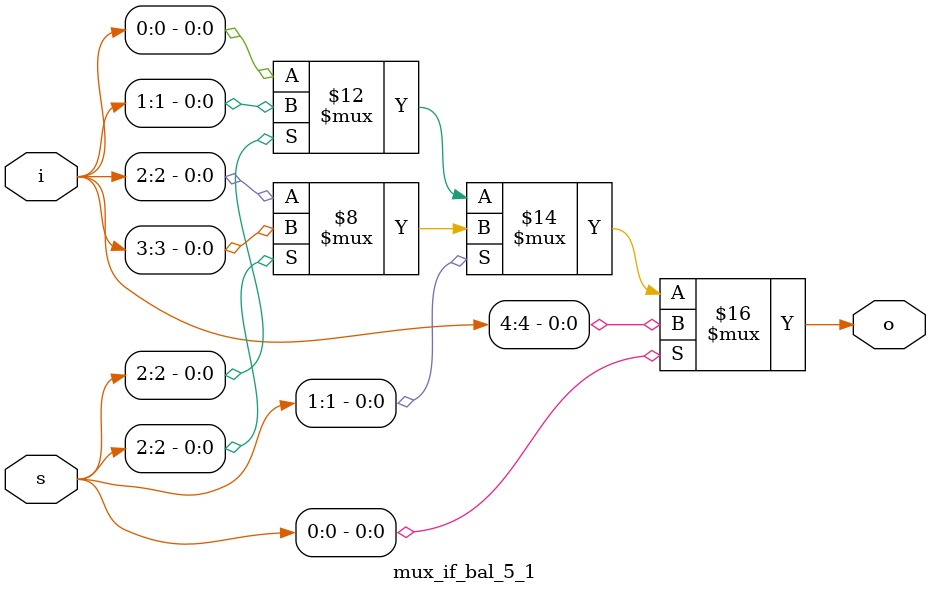
<source format=v>
module mux_if_unbal_4_1 #(parameter N=4, parameter W=1) (input [N*W-1:0] i, input [$clog2(N)-1:0] s, output reg [W-1:0] o);
always @*
    if (s == 0) o <= i[0*W+:W];
    else if (s == 1) o <= i[1*W+:W];
    else if (s == 2) o <= i[2*W+:W];
    else if (s == 3) o <= i[3*W+:W];
    else o <= {W{1'bx}};
endmodule

module mux_if_unbal_5_3 #(parameter N=5, parameter W=3) (input [N*W-1:0] i, input [$clog2(N)-1:0] s, output reg [W-1:0] o);
always @* begin
    o <= {W{1'bx}};
    if (s == 0) o <= i[0*W+:W];
    if (s == 1) o <= i[1*W+:W];
    if (s == 2) o <= i[2*W+:W];
    if (s == 3) o <= i[3*W+:W];
    if (s == 4) o <= i[4*W+:W];
end
endmodule

module mux_if_unbal_5_3_invert #(parameter N=5, parameter W=3) (input [N*W-1:0] i, input [$clog2(N)-1:0] s, output reg [W-1:0] o);
always @*
    if (s != 0) 
	   	if (s != 1) 
			if (s != 2)
				if (s != 3)
					if (s != 4) o <= i[4*W+:W];
					else o <= i[0*W+:W];
				else o <= i[3*W+:W];
			else o <= i[2*W+:W];
		else o <= i[1*W+:W];
    else o <= {W{1'bx}};
endmodule

module mux_if_unbal_5_3_width_mismatch #(parameter N=5, parameter W=3) (input [N*W-1:0] i, input [$clog2(N)-1:0] s, output reg [W-1:0] o);
always @* begin
    o <= {W{1'bx}};
    if (s == 0) o <= i[0*W+:W];
    if (s == 1) o <= i[1*W+:W];
    if (s == 2) o[W-2:0] <= i[2*W+:W-1];
    if (s == 3) o <= i[3*W+:W];
    if (s == 4) o <= i[4*W+:W];
end
endmodule

module mux_if_unbal_4_1_missing #(parameter N=5, parameter W=3) (input [N*W-1:0] i, input [$clog2(N)-1:0] s, output reg [W-1:0] o);
always @* begin
    if (s == 0) o <= i[0*W+:W];
//    else if (s == 1) o <= i[1*W+:W];
//    else if (s == 2) o <= i[2*W+:W];
    else if (s == 3) o <= i[3*W+:W];
    else o <= {W{1'bx}};
end
endmodule

module mux_if_unbal_5_3_order #(parameter N=5, parameter W=3) (input [N*W-1:0] i, input [$clog2(N)-1:0] s, output reg [W-1:0] o);
always @* begin
    o <= {W{1'bx}};
    if (s == 3) o <= i[3*W+:W];
    if (s == 2) o <= i[2*W+:W];
    if (s == 1) o <= i[1*W+:W];
    if (s == 4) o <= i[4*W+:W];
    if (s == 0) o <= i[0*W+:W];
end
endmodule

module mux_if_unbal_4_1_nonexcl #(parameter N=4, parameter W=1) (input [N*W-1:0] i, input [$clog2(N)-1:0] s, output reg [W-1:0] o);
always @*
    if (s == 0) o <= i[0*W+:W];
    else if (s == 1) o <= i[1*W+:W];
    else if (s == 2) o <= i[2*W+:W];
    else if (s == 3) o <= i[3*W+:W];
	else if (s == 0) o <= {W{1'b0}};
    else o <= {W{1'bx}};
endmodule

module mux_if_unbal_5_3_nonexcl #(parameter N=5, parameter W=3) (input [N*W-1:0] i, input [$clog2(N)-1:0] s, output reg [W-1:0] o);
always @* begin
    o <= {W{1'bx}};
    if (s == 0) o <= i[0*W+:W];
    if (s == 1) o <= i[1*W+:W];
    if (s == 2) o <= i[2*W+:W];
    if (s == 3) o <= i[3*W+:W];
    if (s == 4) o <= i[4*W+:W];
	if (s == 0) o <= i[2*W+:W];
end
endmodule

module mux_case_unbal_8_7#(parameter N=8, parameter W=7) (input [N*W-1:0] i, input [$clog2(N)-1:0] s, output reg [W-1:0] o);
always @* begin
    o <= {W{1'bx}};
    case (s)
    0: o <= i[0*W+:W];
    default:
        case (s)
        1: o <= i[1*W+:W];
        2: o <= i[2*W+:W];
        default:
            case (s)
            3: o <= i[3*W+:W];
            4: o <= i[4*W+:W];
            5: o <= i[5*W+:W];
            default:
                case (s)
                    6: o <= i[6*W+:W];
                    default: o <= i[7*W+:W];
                endcase
            endcase
        endcase
    endcase
end
endmodule

module mux_if_bal_8_2 #(parameter N=8, parameter W=2) (input [N*W-1:0] i, input [$clog2(N)-1:0] s, output reg [W-1:0] o);
always @*
    if (s[0] == 1'b0)
     if (s[1] == 1'b0)
      if (s[2] == 1'b0)
       o <= i[0*W+:W];
      else
       o <= i[1*W+:W];
     else
      if (s[2] == 1'b0)
       o <= i[2*W+:W];
      else
       o <= i[3*W+:W];
    else
     if (s[1] == 1'b0)
      if (s[2] == 1'b0)
       o <= i[4*W+:W];
      else
       o <= i[5*W+:W];
     else
      if (s[2] == 1'b0)
       o <= i[6*W+:W];
      else
       o <= i[7*W+:W];
endmodule

module mux_if_bal_5_1 #(parameter N=5, parameter W=1) (input [N*W-1:0] i, input [$clog2(N)-1:0] s, output reg [W-1:0] o);
always @*
    if (s[0] == 1'b0)
     if (s[1] == 1'b0)
      if (s[2] == 1'b0)
       o <= i[0*W+:W];
      else
       o <= i[1*W+:W];
     else
      if (s[2] == 1'b0)
       o <= i[2*W+:W];
      else
       o <= i[3*W+:W];
    else
     o <= i[4*W+:W];
endmodule

</source>
